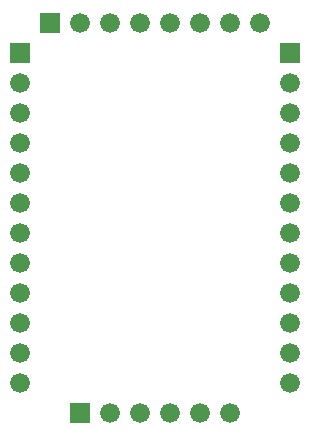
<source format=gbr>
G04 start of page 6 for group -4062 idx -4062 *
G04 Title: (unknown), soldermask *
G04 Creator: pcb 20100929 *
G04 CreationDate: Wed Oct  5 19:14:07 2011 UTC *
G04 For: user1 *
G04 Format: Gerber/RS-274X *
G04 PCB-Dimensions: 200000 300000 *
G04 PCB-Coordinate-Origin: lower left *
%MOIN*%
%FSLAX25Y25*%
%LNBACKMASK*%
%ADD12C,0.0200*%
%ADD22C,0.0660*%
G54D22*X47000Y204500D03*
Y194500D03*
Y184500D03*
Y174500D03*
Y164500D03*
Y154500D03*
Y144500D03*
Y134500D03*
G54D12*G36*
X63700Y127800D02*Y121200D01*
X70300D01*
Y127800D01*
X63700D01*
G37*
G54D22*X77000Y124500D03*
X87000D03*
X97000D03*
X107000D03*
X117000D03*
X137000Y214500D03*
Y204500D03*
Y194500D03*
Y184500D03*
G54D12*G36*
X133700Y247800D02*Y241200D01*
X140300D01*
Y247800D01*
X133700D01*
G37*
G54D22*X137000Y234500D03*
Y224500D03*
Y174500D03*
Y164500D03*
Y154500D03*
Y144500D03*
Y134500D03*
G54D12*G36*
X43700Y247800D02*Y241200D01*
X50300D01*
Y247800D01*
X43700D01*
G37*
G54D22*X47000Y234500D03*
Y224500D03*
Y214500D03*
G54D12*G36*
X53700Y257800D02*Y251200D01*
X60300D01*
Y257800D01*
X53700D01*
G37*
G54D22*X67000Y254500D03*
X77000D03*
X87000D03*
X97000D03*
X107000D03*
X117000D03*
X127000D03*
M02*

</source>
